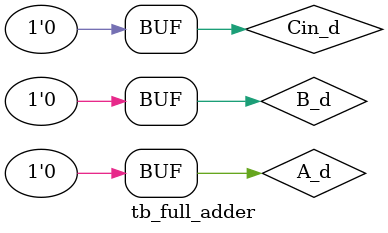
<source format=v>
`timescale 1ns / 1ps


module tb_full_adder();
reg A_d,B_d,Cin_d;
wire S_d, Cout_d;

Full_Adder FA0(
    .sum(S_d),
    .c_out(Cout_d),
    .a(A_d),
    .b(B_d),
    .c_in(Cin_d)
 );
 
 initial 
 begin
        A_d=1'b0;  B_d=1'b0; Cin_d=1'b0;
   #10; A_d=1'b0;  B_d=1'b0; Cin_d=1'b1;
   #10; A_d=1'b0;  B_d=1'b1; Cin_d=1'b0;
   #10; A_d=1'b0;  B_d=1'b1; Cin_d=1'b1;
   #10; A_d=1'b1;  B_d=1'b0; Cin_d=1'b0;
   #10; A_d=1'b1;  B_d=1'b0; Cin_d=1'b1;
   #10; A_d=1'b1;  B_d=1'b1; Cin_d=1'b0;
   #10; A_d=1'b1;  B_d=1'b1; Cin_d=1'b1;
   #10; A_d=1'b0;  B_d=1'b0; Cin_d=1'b0;
   
 end
endmodule
</source>
